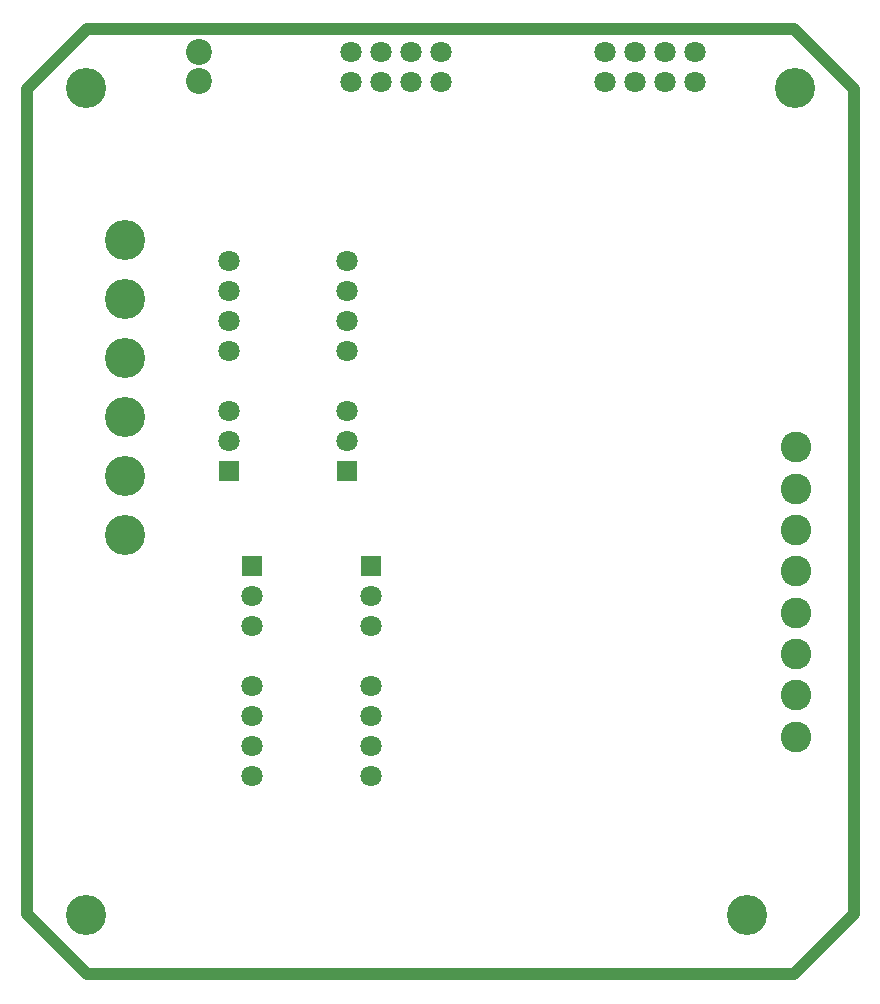
<source format=gbs>
G04*
G04 #@! TF.GenerationSoftware,Altium Limited,Altium Designer,21.3.2 (30)*
G04*
G04 Layer_Color=16711935*
%FSLAX44Y44*%
%MOMM*%
G71*
G04*
G04 #@! TF.SameCoordinates,5F18C444-2927-46CB-AB6B-11653520DC00*
G04*
G04*
G04 #@! TF.FilePolarity,Negative*
G04*
G01*
G75*
%ADD26C,1.0000*%
%ADD40C,1.8000*%
%ADD41R,1.8000X1.8000*%
%ADD42C,3.4000*%
%ADD43C,2.6000*%
%ADD44C,2.2000*%
D26*
X649200Y0D02*
X700000Y50800D01*
X50800Y800000D02*
X649200D01*
X700000Y749200D01*
X50800Y0D02*
X649200D01*
X0Y50800D02*
X50800Y0D01*
X0Y749200D02*
X50800Y800000D01*
X700000Y50800D02*
Y749200D01*
X0Y50800D02*
Y749200D01*
D40*
X566100Y755600D02*
D03*
Y781000D02*
D03*
X540700Y755600D02*
D03*
Y781000D02*
D03*
X515300Y755600D02*
D03*
Y781000D02*
D03*
X489900Y755600D02*
D03*
Y781000D02*
D03*
X351000Y755600D02*
D03*
Y781000D02*
D03*
X325600Y755600D02*
D03*
Y781000D02*
D03*
X300200Y755600D02*
D03*
Y781000D02*
D03*
X274800Y755600D02*
D03*
Y781000D02*
D03*
X171000Y451400D02*
D03*
Y476800D02*
D03*
Y527600D02*
D03*
Y553000D02*
D03*
Y578400D02*
D03*
Y603800D02*
D03*
X271000Y451400D02*
D03*
Y476800D02*
D03*
Y527600D02*
D03*
Y553000D02*
D03*
Y578400D02*
D03*
Y603800D02*
D03*
X291000Y320600D02*
D03*
Y295200D02*
D03*
Y244400D02*
D03*
Y219000D02*
D03*
Y193600D02*
D03*
Y168200D02*
D03*
X191000Y320600D02*
D03*
Y295200D02*
D03*
Y244400D02*
D03*
Y219000D02*
D03*
Y193600D02*
D03*
Y168200D02*
D03*
D41*
X171000Y426000D02*
D03*
X271000D02*
D03*
X291000Y346000D02*
D03*
X191000D02*
D03*
D42*
X83000Y472000D02*
D03*
Y622000D02*
D03*
Y572000D02*
D03*
Y522000D02*
D03*
Y422000D02*
D03*
Y372000D02*
D03*
X650000Y750000D02*
D03*
X610000Y50000D02*
D03*
X50000Y750000D02*
D03*
Y50000D02*
D03*
D43*
X651000Y271000D02*
D03*
Y376000D02*
D03*
Y446000D02*
D03*
Y236000D02*
D03*
Y411000D02*
D03*
Y341000D02*
D03*
Y306000D02*
D03*
Y201000D02*
D03*
D44*
X146000Y756000D02*
D03*
Y781000D02*
D03*
M02*

</source>
